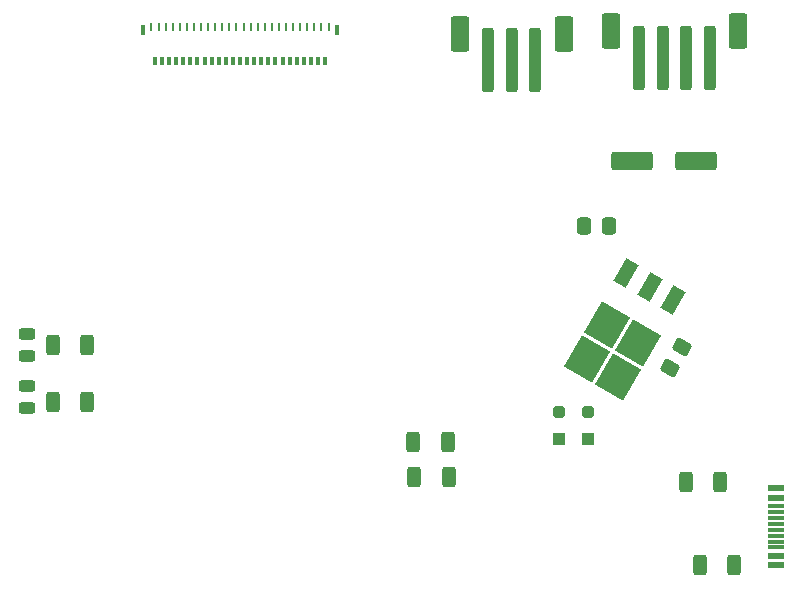
<source format=gbr>
%TF.GenerationSoftware,KiCad,Pcbnew,7.0.1*%
%TF.CreationDate,2023-06-27T14:48:06+02:00*%
%TF.ProjectId,micromirror-board-controller,6d696372-6f6d-4697-9272-6f722d626f61,rev?*%
%TF.SameCoordinates,Original*%
%TF.FileFunction,Paste,Top*%
%TF.FilePolarity,Positive*%
%FSLAX46Y46*%
G04 Gerber Fmt 4.6, Leading zero omitted, Abs format (unit mm)*
G04 Created by KiCad (PCBNEW 7.0.1) date 2023-06-27 14:48:06*
%MOMM*%
%LPD*%
G01*
G04 APERTURE LIST*
G04 Aperture macros list*
%AMRoundRect*
0 Rectangle with rounded corners*
0 $1 Rounding radius*
0 $2 $3 $4 $5 $6 $7 $8 $9 X,Y pos of 4 corners*
0 Add a 4 corners polygon primitive as box body*
4,1,4,$2,$3,$4,$5,$6,$7,$8,$9,$2,$3,0*
0 Add four circle primitives for the rounded corners*
1,1,$1+$1,$2,$3*
1,1,$1+$1,$4,$5*
1,1,$1+$1,$6,$7*
1,1,$1+$1,$8,$9*
0 Add four rect primitives between the rounded corners*
20,1,$1+$1,$2,$3,$4,$5,0*
20,1,$1+$1,$4,$5,$6,$7,0*
20,1,$1+$1,$6,$7,$8,$9,0*
20,1,$1+$1,$8,$9,$2,$3,0*%
%AMRotRect*
0 Rectangle, with rotation*
0 The origin of the aperture is its center*
0 $1 length*
0 $2 width*
0 $3 Rotation angle, in degrees counterclockwise*
0 Add horizontal line*
21,1,$1,$2,0,0,$3*%
G04 Aperture macros list end*
%ADD10RoundRect,0.250000X-0.250000X-0.250000X0.250000X-0.250000X0.250000X0.250000X-0.250000X0.250000X0*%
%ADD11RoundRect,0.250000X0.242612X-0.529784X0.580112X0.054784X-0.242612X0.529784X-0.580112X-0.054784X0*%
%ADD12RoundRect,0.250000X-0.312500X-0.625000X0.312500X-0.625000X0.312500X0.625000X-0.312500X0.625000X0*%
%ADD13R,0.260000X0.800000*%
%ADD14R,0.300000X0.650000*%
%ADD15R,0.400000X0.850000*%
%ADD16RoundRect,0.243750X-0.456250X0.243750X-0.456250X-0.243750X0.456250X-0.243750X0.456250X0.243750X0*%
%ADD17RoundRect,0.250000X-0.250000X-2.500000X0.250000X-2.500000X0.250000X2.500000X-0.250000X2.500000X0*%
%ADD18RoundRect,0.250000X-0.550000X-1.250000X0.550000X-1.250000X0.550000X1.250000X-0.550000X1.250000X0*%
%ADD19RoundRect,0.250000X0.337500X0.475000X-0.337500X0.475000X-0.337500X-0.475000X0.337500X-0.475000X0*%
%ADD20RoundRect,0.243750X0.456250X-0.243750X0.456250X0.243750X-0.456250X0.243750X-0.456250X-0.243750X0*%
%ADD21RoundRect,0.250000X0.312500X0.625000X-0.312500X0.625000X-0.312500X-0.625000X0.312500X-0.625000X0*%
%ADD22R,1.000000X1.000000*%
%ADD23RoundRect,0.250000X-1.500000X-0.550000X1.500000X-0.550000X1.500000X0.550000X-1.500000X0.550000X0*%
%ADD24RotRect,3.050000X2.750000X240.000000*%
%ADD25RotRect,2.200000X1.200000X240.000000*%
%ADD26R,1.450000X0.600000*%
%ADD27R,1.450000X0.300000*%
G04 APERTURE END LIST*
D10*
%TO.C,D1*%
X163000000Y-93500000D03*
X165500000Y-93500000D03*
%TD*%
D11*
%TO.C,C3*%
X172405474Y-89743614D03*
X173442974Y-87946612D03*
%TD*%
D12*
%TO.C,R2*%
X150675000Y-96000000D03*
X153600000Y-96000000D03*
%TD*%
D13*
%TO.C,J4*%
X143500000Y-60850000D03*
D14*
X143200000Y-63725000D03*
D13*
X142900000Y-60850000D03*
D14*
X142600000Y-63725000D03*
D13*
X142300000Y-60850000D03*
D14*
X142000000Y-63725000D03*
D13*
X141700000Y-60850000D03*
D14*
X141400000Y-63725000D03*
D13*
X141100000Y-60850000D03*
D14*
X140800000Y-63725000D03*
D13*
X140500000Y-60850000D03*
D14*
X140200000Y-63725000D03*
D13*
X139900000Y-60850000D03*
D14*
X139600000Y-63725000D03*
D13*
X139300000Y-60850000D03*
D14*
X139000000Y-63725000D03*
D13*
X138700000Y-60850000D03*
D14*
X138400000Y-63725000D03*
D13*
X138100000Y-60850000D03*
D14*
X137800000Y-63725000D03*
D13*
X137500000Y-60850000D03*
D14*
X137200000Y-63725000D03*
D13*
X136900000Y-60850000D03*
D14*
X136600000Y-63725000D03*
D13*
X136300000Y-60850000D03*
D14*
X136000000Y-63725000D03*
D13*
X135700000Y-60850000D03*
D14*
X135400000Y-63725000D03*
D13*
X135100000Y-60850000D03*
D14*
X134800000Y-63725000D03*
D13*
X134500000Y-60850000D03*
D14*
X134200000Y-63725000D03*
D13*
X133900000Y-60850000D03*
D14*
X133600000Y-63725000D03*
D13*
X133300000Y-60850000D03*
D14*
X133000000Y-63725000D03*
D13*
X132700000Y-60850000D03*
D14*
X132400000Y-63725000D03*
D13*
X132100000Y-60850000D03*
D14*
X131800000Y-63725000D03*
D13*
X131500000Y-60850000D03*
D14*
X131200000Y-63725000D03*
D13*
X130900000Y-60850000D03*
D14*
X130600000Y-63725000D03*
D13*
X130300000Y-60850000D03*
D14*
X130000000Y-63725000D03*
D13*
X129700000Y-60850000D03*
D14*
X129400000Y-63725000D03*
D13*
X129100000Y-60850000D03*
D14*
X128800000Y-63725000D03*
D13*
X128500000Y-60850000D03*
D15*
X144200000Y-61175000D03*
X127800000Y-61175000D03*
%TD*%
D16*
%TO.C,D4*%
X118000000Y-91262500D03*
X118000000Y-93137500D03*
%TD*%
D17*
%TO.C,J2*%
X169800000Y-63500000D03*
X171800000Y-63500000D03*
X173800000Y-63500000D03*
X175800000Y-63500000D03*
D18*
X167400000Y-61250000D03*
X178200000Y-61250000D03*
%TD*%
D12*
%TO.C,R5*%
X174937500Y-106400000D03*
X177862500Y-106400000D03*
%TD*%
%TO.C,R6*%
X173737500Y-99400000D03*
X176662500Y-99400000D03*
%TD*%
D19*
%TO.C,C2*%
X167200000Y-77750000D03*
X165125000Y-77750000D03*
%TD*%
D20*
%TO.C,D3*%
X118000000Y-88737500D03*
X118000000Y-86862500D03*
%TD*%
D21*
%TO.C,R4*%
X123062500Y-92600000D03*
X120137500Y-92600000D03*
%TD*%
%TO.C,R1*%
X153662500Y-99000000D03*
X150737500Y-99000000D03*
%TD*%
D22*
%TO.C,D2*%
X163000000Y-95750000D03*
X165500000Y-95750000D03*
%TD*%
D21*
%TO.C,R3*%
X123062500Y-87800000D03*
X120137500Y-87800000D03*
%TD*%
D17*
%TO.C,J3*%
X157000000Y-63700000D03*
X159000000Y-63700000D03*
X161000000Y-63700000D03*
D18*
X154600000Y-61450000D03*
X163400000Y-61450000D03*
%TD*%
D23*
%TO.C,C1*%
X169200000Y-72200000D03*
X174600000Y-72200000D03*
%TD*%
D24*
%TO.C,U2*%
X169680000Y-87650000D03*
X167038622Y-86125000D03*
X168005000Y-90551185D03*
X165363622Y-89026185D03*
D25*
X172646349Y-84022132D03*
X170671811Y-82882132D03*
X168697273Y-81742132D03*
%TD*%
D26*
%TO.C,J6*%
X181355000Y-106450000D03*
X181355000Y-105650000D03*
D27*
X181355000Y-104450000D03*
X181355000Y-103450000D03*
X181355000Y-102950000D03*
X181355000Y-101950000D03*
D26*
X181355000Y-100750000D03*
X181355000Y-99950000D03*
X181355000Y-99950000D03*
X181355000Y-100750000D03*
D27*
X181355000Y-101450000D03*
X181355000Y-102450000D03*
X181355000Y-103950000D03*
X181355000Y-104950000D03*
D26*
X181355000Y-105650000D03*
X181355000Y-106450000D03*
%TD*%
M02*

</source>
